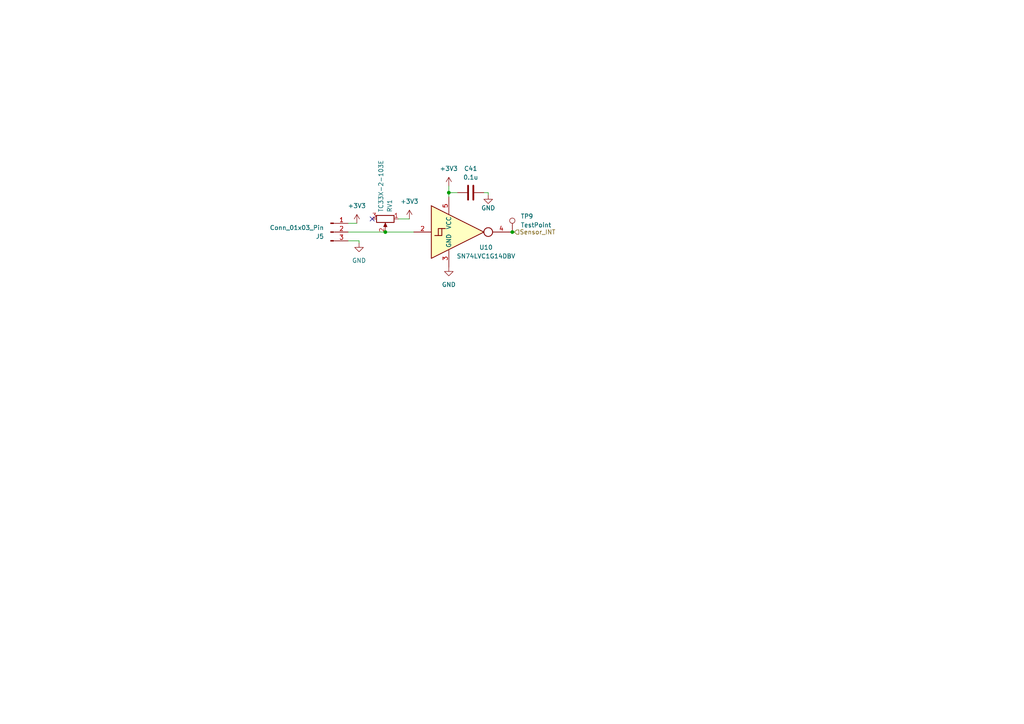
<source format=kicad_sch>
(kicad_sch
	(version 20250114)
	(generator "eeschema")
	(generator_version "9.0")
	(uuid "e7f7bc41-11bd-4db8-bc1a-36a019c46cc2")
	(paper "A4")
	(lib_symbols
		(symbol "74xGxx:SN74LVC1G14DBV"
			(exclude_from_sim no)
			(in_bom yes)
			(on_board yes)
			(property "Reference" "U"
				(at -5.08 10.16 0)
				(effects
					(font
						(size 1.27 1.27)
					)
				)
			)
			(property "Value" "SN74LVC1G14DBV"
				(at 20.32 10.16 0)
				(effects
					(font
						(size 1.27 1.27)
					)
				)
			)
			(property "Footprint" "Package_TO_SOT_SMD:SOT-23-5"
				(at 0 -12.7 0)
				(effects
					(font
						(size 1.27 1.27)
					)
					(hide yes)
				)
			)
			(property "Datasheet" "http://www.ti.com/lit/ds/symlink/sn74lvc1g14.pdf"
				(at 0 0 0)
				(effects
					(font
						(size 1.27 1.27)
					)
					(hide yes)
				)
			)
			(property "Description" "Single Schmitt-Trigger Inverter, SOT-23"
				(at 0 0 0)
				(effects
					(font
						(size 1.27 1.27)
					)
					(hide yes)
				)
			)
			(property "ki_keywords" "Inverter Schmitt Trigger"
				(at 0 0 0)
				(effects
					(font
						(size 1.27 1.27)
					)
					(hide yes)
				)
			)
			(property "ki_fp_filters" "SOT?23*"
				(at 0 0 0)
				(effects
					(font
						(size 1.27 1.27)
					)
					(hide yes)
				)
			)
			(symbol "SN74LVC1G14DBV_0_1"
				(polyline
					(pts
						(xy -5.08 7.62) (xy -5.08 -7.62) (xy 10.16 0) (xy -5.08 7.62)
					)
					(stroke
						(width 0.254)
						(type default)
					)
					(fill
						(type background)
					)
				)
				(polyline
					(pts
						(xy -3.048 -1.016) (xy -3.048 1.016) (xy -2.032 1.016) (xy -2.032 -1.016) (xy -4.064 -1.016)
					)
					(stroke
						(width 0.254)
						(type default)
					)
					(fill
						(type background)
					)
				)
				(polyline
					(pts
						(xy -2.032 1.016) (xy -1.016 1.016)
					)
					(stroke
						(width 0.254)
						(type default)
					)
					(fill
						(type background)
					)
				)
				(circle
					(center 11.43 0)
					(radius 1.27)
					(stroke
						(width 0.254)
						(type default)
					)
					(fill
						(type none)
					)
				)
			)
			(symbol "SN74LVC1G14DBV_1_1"
				(pin input line
					(at -10.16 0 0)
					(length 5.08)
					(name "~"
						(effects
							(font
								(size 1.27 1.27)
							)
						)
					)
					(number "2"
						(effects
							(font
								(size 1.27 1.27)
							)
						)
					)
				)
				(pin power_in line
					(at 0 10.16 270)
					(length 5.08)
					(name "VCC"
						(effects
							(font
								(size 1.27 1.27)
							)
						)
					)
					(number "5"
						(effects
							(font
								(size 1.27 1.27)
							)
						)
					)
				)
				(pin power_in line
					(at 0 -10.16 90)
					(length 5.08)
					(name "GND"
						(effects
							(font
								(size 1.27 1.27)
							)
						)
					)
					(number "3"
						(effects
							(font
								(size 1.27 1.27)
							)
						)
					)
				)
				(pin no_connect line
					(at 10.16 0 180)
					(length 5.08)
					(hide yes)
					(name "NC"
						(effects
							(font
								(size 1.27 1.27)
							)
						)
					)
					(number "1"
						(effects
							(font
								(size 1.27 1.27)
							)
						)
					)
				)
				(pin output line
					(at 17.78 0 180)
					(length 5.08)
					(name "~"
						(effects
							(font
								(size 1.27 1.27)
							)
						)
					)
					(number "4"
						(effects
							(font
								(size 1.27 1.27)
							)
						)
					)
				)
			)
			(embedded_fonts no)
		)
		(symbol "Connector:Conn_01x03_Pin"
			(pin_names
				(offset 1.016)
				(hide yes)
			)
			(exclude_from_sim no)
			(in_bom yes)
			(on_board yes)
			(property "Reference" "J"
				(at 0 5.08 0)
				(effects
					(font
						(size 1.27 1.27)
					)
				)
			)
			(property "Value" "Conn_01x03_Pin"
				(at 0 -5.08 0)
				(effects
					(font
						(size 1.27 1.27)
					)
				)
			)
			(property "Footprint" ""
				(at 0 0 0)
				(effects
					(font
						(size 1.27 1.27)
					)
					(hide yes)
				)
			)
			(property "Datasheet" "~"
				(at 0 0 0)
				(effects
					(font
						(size 1.27 1.27)
					)
					(hide yes)
				)
			)
			(property "Description" "Generic connector, single row, 01x03, script generated"
				(at 0 0 0)
				(effects
					(font
						(size 1.27 1.27)
					)
					(hide yes)
				)
			)
			(property "ki_locked" ""
				(at 0 0 0)
				(effects
					(font
						(size 1.27 1.27)
					)
				)
			)
			(property "ki_keywords" "connector"
				(at 0 0 0)
				(effects
					(font
						(size 1.27 1.27)
					)
					(hide yes)
				)
			)
			(property "ki_fp_filters" "Connector*:*_1x??_*"
				(at 0 0 0)
				(effects
					(font
						(size 1.27 1.27)
					)
					(hide yes)
				)
			)
			(symbol "Conn_01x03_Pin_1_1"
				(rectangle
					(start 0.8636 2.667)
					(end 0 2.413)
					(stroke
						(width 0.1524)
						(type default)
					)
					(fill
						(type outline)
					)
				)
				(rectangle
					(start 0.8636 0.127)
					(end 0 -0.127)
					(stroke
						(width 0.1524)
						(type default)
					)
					(fill
						(type outline)
					)
				)
				(rectangle
					(start 0.8636 -2.413)
					(end 0 -2.667)
					(stroke
						(width 0.1524)
						(type default)
					)
					(fill
						(type outline)
					)
				)
				(polyline
					(pts
						(xy 1.27 2.54) (xy 0.8636 2.54)
					)
					(stroke
						(width 0.1524)
						(type default)
					)
					(fill
						(type none)
					)
				)
				(polyline
					(pts
						(xy 1.27 0) (xy 0.8636 0)
					)
					(stroke
						(width 0.1524)
						(type default)
					)
					(fill
						(type none)
					)
				)
				(polyline
					(pts
						(xy 1.27 -2.54) (xy 0.8636 -2.54)
					)
					(stroke
						(width 0.1524)
						(type default)
					)
					(fill
						(type none)
					)
				)
				(pin passive line
					(at 5.08 2.54 180)
					(length 3.81)
					(name "Pin_1"
						(effects
							(font
								(size 1.27 1.27)
							)
						)
					)
					(number "1"
						(effects
							(font
								(size 1.27 1.27)
							)
						)
					)
				)
				(pin passive line
					(at 5.08 0 180)
					(length 3.81)
					(name "Pin_2"
						(effects
							(font
								(size 1.27 1.27)
							)
						)
					)
					(number "2"
						(effects
							(font
								(size 1.27 1.27)
							)
						)
					)
				)
				(pin passive line
					(at 5.08 -2.54 180)
					(length 3.81)
					(name "Pin_3"
						(effects
							(font
								(size 1.27 1.27)
							)
						)
					)
					(number "3"
						(effects
							(font
								(size 1.27 1.27)
							)
						)
					)
				)
			)
			(embedded_fonts no)
		)
		(symbol "Connector:TestPoint"
			(pin_numbers
				(hide yes)
			)
			(pin_names
				(offset 0.762)
				(hide yes)
			)
			(exclude_from_sim no)
			(in_bom yes)
			(on_board yes)
			(property "Reference" "TP"
				(at 0 6.858 0)
				(effects
					(font
						(size 1.27 1.27)
					)
				)
			)
			(property "Value" "TestPoint"
				(at 0 5.08 0)
				(effects
					(font
						(size 1.27 1.27)
					)
				)
			)
			(property "Footprint" ""
				(at 5.08 0 0)
				(effects
					(font
						(size 1.27 1.27)
					)
					(hide yes)
				)
			)
			(property "Datasheet" "~"
				(at 5.08 0 0)
				(effects
					(font
						(size 1.27 1.27)
					)
					(hide yes)
				)
			)
			(property "Description" "test point"
				(at 0 0 0)
				(effects
					(font
						(size 1.27 1.27)
					)
					(hide yes)
				)
			)
			(property "ki_keywords" "test point tp"
				(at 0 0 0)
				(effects
					(font
						(size 1.27 1.27)
					)
					(hide yes)
				)
			)
			(property "ki_fp_filters" "Pin* Test*"
				(at 0 0 0)
				(effects
					(font
						(size 1.27 1.27)
					)
					(hide yes)
				)
			)
			(symbol "TestPoint_0_1"
				(circle
					(center 0 3.302)
					(radius 0.762)
					(stroke
						(width 0)
						(type default)
					)
					(fill
						(type none)
					)
				)
			)
			(symbol "TestPoint_1_1"
				(pin passive line
					(at 0 0 90)
					(length 2.54)
					(name "1"
						(effects
							(font
								(size 1.27 1.27)
							)
						)
					)
					(number "1"
						(effects
							(font
								(size 1.27 1.27)
							)
						)
					)
				)
			)
			(embedded_fonts no)
		)
		(symbol "Device:C"
			(pin_numbers
				(hide yes)
			)
			(pin_names
				(offset 0.254)
			)
			(exclude_from_sim no)
			(in_bom yes)
			(on_board yes)
			(property "Reference" "C"
				(at 0.635 2.54 0)
				(effects
					(font
						(size 1.27 1.27)
					)
					(justify left)
				)
			)
			(property "Value" "C"
				(at 0.635 -2.54 0)
				(effects
					(font
						(size 1.27 1.27)
					)
					(justify left)
				)
			)
			(property "Footprint" ""
				(at 0.9652 -3.81 0)
				(effects
					(font
						(size 1.27 1.27)
					)
					(hide yes)
				)
			)
			(property "Datasheet" "~"
				(at 0 0 0)
				(effects
					(font
						(size 1.27 1.27)
					)
					(hide yes)
				)
			)
			(property "Description" "Unpolarized capacitor"
				(at 0 0 0)
				(effects
					(font
						(size 1.27 1.27)
					)
					(hide yes)
				)
			)
			(property "ki_keywords" "cap capacitor"
				(at 0 0 0)
				(effects
					(font
						(size 1.27 1.27)
					)
					(hide yes)
				)
			)
			(property "ki_fp_filters" "C_*"
				(at 0 0 0)
				(effects
					(font
						(size 1.27 1.27)
					)
					(hide yes)
				)
			)
			(symbol "C_0_1"
				(polyline
					(pts
						(xy -2.032 0.762) (xy 2.032 0.762)
					)
					(stroke
						(width 0.508)
						(type default)
					)
					(fill
						(type none)
					)
				)
				(polyline
					(pts
						(xy -2.032 -0.762) (xy 2.032 -0.762)
					)
					(stroke
						(width 0.508)
						(type default)
					)
					(fill
						(type none)
					)
				)
			)
			(symbol "C_1_1"
				(pin passive line
					(at 0 3.81 270)
					(length 2.794)
					(name "~"
						(effects
							(font
								(size 1.27 1.27)
							)
						)
					)
					(number "1"
						(effects
							(font
								(size 1.27 1.27)
							)
						)
					)
				)
				(pin passive line
					(at 0 -3.81 90)
					(length 2.794)
					(name "~"
						(effects
							(font
								(size 1.27 1.27)
							)
						)
					)
					(number "2"
						(effects
							(font
								(size 1.27 1.27)
							)
						)
					)
				)
			)
			(embedded_fonts no)
		)
		(symbol "Device:R_Potentiometer"
			(pin_names
				(offset 1.016)
				(hide yes)
			)
			(exclude_from_sim no)
			(in_bom yes)
			(on_board yes)
			(property "Reference" "RV"
				(at -4.445 0 90)
				(effects
					(font
						(size 1.27 1.27)
					)
				)
			)
			(property "Value" "R_Potentiometer"
				(at -2.54 0 90)
				(effects
					(font
						(size 1.27 1.27)
					)
				)
			)
			(property "Footprint" ""
				(at 0 0 0)
				(effects
					(font
						(size 1.27 1.27)
					)
					(hide yes)
				)
			)
			(property "Datasheet" "~"
				(at 0 0 0)
				(effects
					(font
						(size 1.27 1.27)
					)
					(hide yes)
				)
			)
			(property "Description" "Potentiometer"
				(at 0 0 0)
				(effects
					(font
						(size 1.27 1.27)
					)
					(hide yes)
				)
			)
			(property "ki_keywords" "resistor variable"
				(at 0 0 0)
				(effects
					(font
						(size 1.27 1.27)
					)
					(hide yes)
				)
			)
			(property "ki_fp_filters" "Potentiometer*"
				(at 0 0 0)
				(effects
					(font
						(size 1.27 1.27)
					)
					(hide yes)
				)
			)
			(symbol "R_Potentiometer_0_1"
				(rectangle
					(start 1.016 2.54)
					(end -1.016 -2.54)
					(stroke
						(width 0.254)
						(type default)
					)
					(fill
						(type none)
					)
				)
				(polyline
					(pts
						(xy 1.143 0) (xy 2.286 0.508) (xy 2.286 -0.508) (xy 1.143 0)
					)
					(stroke
						(width 0)
						(type default)
					)
					(fill
						(type outline)
					)
				)
				(polyline
					(pts
						(xy 2.54 0) (xy 1.524 0)
					)
					(stroke
						(width 0)
						(type default)
					)
					(fill
						(type none)
					)
				)
			)
			(symbol "R_Potentiometer_1_1"
				(pin passive line
					(at 0 3.81 270)
					(length 1.27)
					(name "1"
						(effects
							(font
								(size 1.27 1.27)
							)
						)
					)
					(number "1"
						(effects
							(font
								(size 1.27 1.27)
							)
						)
					)
				)
				(pin passive line
					(at 0 -3.81 90)
					(length 1.27)
					(name "3"
						(effects
							(font
								(size 1.27 1.27)
							)
						)
					)
					(number "3"
						(effects
							(font
								(size 1.27 1.27)
							)
						)
					)
				)
				(pin passive line
					(at 3.81 0 180)
					(length 1.27)
					(name "2"
						(effects
							(font
								(size 1.27 1.27)
							)
						)
					)
					(number "2"
						(effects
							(font
								(size 1.27 1.27)
							)
						)
					)
				)
			)
			(embedded_fonts no)
		)
		(symbol "power:+3V3"
			(power)
			(pin_names
				(offset 0)
			)
			(exclude_from_sim no)
			(in_bom yes)
			(on_board yes)
			(property "Reference" "#PWR"
				(at 0 -3.81 0)
				(effects
					(font
						(size 1.27 1.27)
					)
					(hide yes)
				)
			)
			(property "Value" "+3V3"
				(at 0 3.556 0)
				(effects
					(font
						(size 1.27 1.27)
					)
				)
			)
			(property "Footprint" ""
				(at 0 0 0)
				(effects
					(font
						(size 1.27 1.27)
					)
					(hide yes)
				)
			)
			(property "Datasheet" ""
				(at 0 0 0)
				(effects
					(font
						(size 1.27 1.27)
					)
					(hide yes)
				)
			)
			(property "Description" "Power symbol creates a global label with name \"+3V3\""
				(at 0 0 0)
				(effects
					(font
						(size 1.27 1.27)
					)
					(hide yes)
				)
			)
			(property "ki_keywords" "global power"
				(at 0 0 0)
				(effects
					(font
						(size 1.27 1.27)
					)
					(hide yes)
				)
			)
			(symbol "+3V3_0_1"
				(polyline
					(pts
						(xy -0.762 1.27) (xy 0 2.54)
					)
					(stroke
						(width 0)
						(type default)
					)
					(fill
						(type none)
					)
				)
				(polyline
					(pts
						(xy 0 2.54) (xy 0.762 1.27)
					)
					(stroke
						(width 0)
						(type default)
					)
					(fill
						(type none)
					)
				)
				(polyline
					(pts
						(xy 0 0) (xy 0 2.54)
					)
					(stroke
						(width 0)
						(type default)
					)
					(fill
						(type none)
					)
				)
			)
			(symbol "+3V3_1_1"
				(pin power_in line
					(at 0 0 90)
					(length 0)
					(hide yes)
					(name "+3V3"
						(effects
							(font
								(size 1.27 1.27)
							)
						)
					)
					(number "1"
						(effects
							(font
								(size 1.27 1.27)
							)
						)
					)
				)
			)
			(embedded_fonts no)
		)
		(symbol "power:GND"
			(power)
			(pin_names
				(offset 0)
			)
			(exclude_from_sim no)
			(in_bom yes)
			(on_board yes)
			(property "Reference" "#PWR"
				(at 0 -6.35 0)
				(effects
					(font
						(size 1.27 1.27)
					)
					(hide yes)
				)
			)
			(property "Value" "GND"
				(at 0 -3.81 0)
				(effects
					(font
						(size 1.27 1.27)
					)
				)
			)
			(property "Footprint" ""
				(at 0 0 0)
				(effects
					(font
						(size 1.27 1.27)
					)
					(hide yes)
				)
			)
			(property "Datasheet" ""
				(at 0 0 0)
				(effects
					(font
						(size 1.27 1.27)
					)
					(hide yes)
				)
			)
			(property "Description" "Power symbol creates a global label with name \"GND\" , ground"
				(at 0 0 0)
				(effects
					(font
						(size 1.27 1.27)
					)
					(hide yes)
				)
			)
			(property "ki_keywords" "global power"
				(at 0 0 0)
				(effects
					(font
						(size 1.27 1.27)
					)
					(hide yes)
				)
			)
			(symbol "GND_0_1"
				(polyline
					(pts
						(xy 0 0) (xy 0 -1.27) (xy 1.27 -1.27) (xy 0 -2.54) (xy -1.27 -1.27) (xy 0 -1.27)
					)
					(stroke
						(width 0)
						(type default)
					)
					(fill
						(type none)
					)
				)
			)
			(symbol "GND_1_1"
				(pin power_in line
					(at 0 0 270)
					(length 0)
					(hide yes)
					(name "GND"
						(effects
							(font
								(size 1.27 1.27)
							)
						)
					)
					(number "1"
						(effects
							(font
								(size 1.27 1.27)
							)
						)
					)
				)
			)
			(embedded_fonts no)
		)
	)
	(junction
		(at 111.76 67.31)
		(diameter 0)
		(color 0 0 0 0)
		(uuid "34f20d79-93cb-42cf-8754-9fc8b4da46b2")
	)
	(junction
		(at 130.175 55.88)
		(diameter 0)
		(color 0 0 0 0)
		(uuid "5ab24a55-8373-4b53-a191-3c37634c4818")
	)
	(junction
		(at 148.59 67.31)
		(diameter 0)
		(color 0 0 0 0)
		(uuid "9d1f1f78-f844-4f54-b0e6-37007b147df6")
	)
	(no_connect
		(at 107.95 63.5)
		(uuid "a285f982-41cd-4e27-82e1-0c32f0985ae5")
	)
	(wire
		(pts
			(xy 100.965 67.31) (xy 111.76 67.31)
		)
		(stroke
			(width 0)
			(type default)
		)
		(uuid "06fae408-9a6f-4564-bc59-3bdc777eff0f")
	)
	(wire
		(pts
			(xy 118.745 63.5) (xy 115.57 63.5)
		)
		(stroke
			(width 0)
			(type default)
		)
		(uuid "1e455e82-5248-4e47-8278-a172b0c44f5a")
	)
	(wire
		(pts
			(xy 148.59 67.31) (xy 149.225 67.31)
		)
		(stroke
			(width 0)
			(type default)
		)
		(uuid "218624e1-8e33-4d50-a86b-dda5f69dd570")
	)
	(wire
		(pts
			(xy 103.505 64.77) (xy 100.965 64.77)
		)
		(stroke
			(width 0)
			(type default)
		)
		(uuid "2ab37cb6-286d-4186-b1f0-66484351e00a")
	)
	(wire
		(pts
			(xy 130.175 53.975) (xy 130.175 55.88)
		)
		(stroke
			(width 0)
			(type default)
		)
		(uuid "6617d834-496e-40e6-9cb8-47ef428b7132")
	)
	(wire
		(pts
			(xy 100.965 69.85) (xy 104.14 69.85)
		)
		(stroke
			(width 0)
			(type default)
		)
		(uuid "746e7a3a-02f9-4d6e-bdcb-12c49b118b7a")
	)
	(wire
		(pts
			(xy 111.76 67.31) (xy 120.015 67.31)
		)
		(stroke
			(width 0)
			(type default)
		)
		(uuid "8ae334b9-4925-48f0-b260-c7ab09e07ead")
	)
	(wire
		(pts
			(xy 141.605 55.88) (xy 141.605 56.515)
		)
		(stroke
			(width 0)
			(type default)
		)
		(uuid "a8836e19-8820-4147-a9f0-963f1b83d315")
	)
	(wire
		(pts
			(xy 104.14 69.85) (xy 104.14 70.485)
		)
		(stroke
			(width 0)
			(type default)
		)
		(uuid "a89a296c-9f6f-4183-ad58-5b95b9f47b17")
	)
	(wire
		(pts
			(xy 141.605 55.88) (xy 140.335 55.88)
		)
		(stroke
			(width 0)
			(type default)
		)
		(uuid "ad890dbe-a75f-44ba-87dc-93548bfb21c2")
	)
	(wire
		(pts
			(xy 147.955 67.31) (xy 148.59 67.31)
		)
		(stroke
			(width 0)
			(type default)
		)
		(uuid "b3673815-2f7f-44b6-be73-c4be6d7f207f")
	)
	(wire
		(pts
			(xy 130.175 55.88) (xy 130.175 57.15)
		)
		(stroke
			(width 0)
			(type default)
		)
		(uuid "dc539f05-6682-4e48-be04-34b7b3d7a9d4")
	)
	(wire
		(pts
			(xy 130.175 55.88) (xy 132.715 55.88)
		)
		(stroke
			(width 0)
			(type default)
		)
		(uuid "dfa298c1-878f-432a-a0c0-f97cc6f0fb6a")
	)
	(hierarchical_label "Sensor_INT"
		(shape input)
		(at 149.225 67.31 0)
		(effects
			(font
				(size 1.27 1.27)
			)
			(justify left)
		)
		(uuid "fae86534-7d91-4398-936d-42f830465e2d")
	)
	(symbol
		(lib_id "Connector:Conn_01x03_Pin")
		(at 95.885 67.31 0)
		(unit 1)
		(exclude_from_sim no)
		(in_bom yes)
		(on_board yes)
		(dnp no)
		(fields_autoplaced yes)
		(uuid "0b9998ca-7bca-4eae-95e9-fdaaf6c2bc64")
		(property "Reference" "J3"
			(at 93.98 68.58 0)
			(effects
				(font
					(size 1.27 1.27)
				)
				(justify right)
			)
		)
		(property "Value" "Conn_01x03_Pin"
			(at 93.98 66.04 0)
			(effects
				(font
					(size 1.27 1.27)
				)
				(justify right)
			)
		)
		(property "Footprint" "Connector_Molex:Molex_PicoBlade_53048-0310_1x03_P1.25mm_Horizontal"
			(at 95.885 67.31 0)
			(effects
				(font
					(size 1.27 1.27)
				)
				(hide yes)
			)
		)
		(property "Datasheet" "~"
			(at 95.885 67.31 0)
			(effects
				(font
					(size 1.27 1.27)
				)
				(hide yes)
			)
		)
		(property "Description" ""
			(at 95.885 67.31 0)
			(effects
				(font
					(size 1.27 1.27)
				)
			)
		)
		(property "Part Number" "53048-0310"
			(at 95.885 67.31 0)
			(effects
				(font
					(size 1.27 1.27)
				)
				(hide yes)
			)
		)
		(pin "1"
			(uuid "f0932408-01e1-4bd2-8976-2db3494f2e1e")
		)
		(pin "2"
			(uuid "f4469153-57ef-4a61-bff6-fae75647871c")
		)
		(pin "3"
			(uuid "c52d3174-cfc9-40f6-997a-e4d937459466")
		)
		(instances
			(project "motherboard_MK2"
				(path "/bceb8d1c-00fe-4e0e-aff0-950583b83106/144d04fa-df25-4629-a8d6-453836c56ffd"
					(reference "J5")
					(unit 1)
				)
				(path "/bceb8d1c-00fe-4e0e-aff0-950583b83106/21eb84ed-c653-4c38-a275-018a3339820e"
					(reference "J3")
					(unit 1)
				)
				(path "/bceb8d1c-00fe-4e0e-aff0-950583b83106/b13a89b7-a213-402d-93ee-b376a3f6388e"
					(reference "J6")
					(unit 1)
				)
				(path "/bceb8d1c-00fe-4e0e-aff0-950583b83106/be587235-d075-4084-b3fe-c2f322ceee60"
					(reference "J4")
					(unit 1)
				)
			)
		)
	)
	(symbol
		(lib_id "power:+3V3")
		(at 103.505 64.77 0)
		(unit 1)
		(exclude_from_sim no)
		(in_bom yes)
		(on_board yes)
		(dnp no)
		(fields_autoplaced yes)
		(uuid "18da4fb0-6ede-44ca-9167-668601914b29")
		(property "Reference" "#PWR042"
			(at 103.505 68.58 0)
			(effects
				(font
					(size 1.27 1.27)
				)
				(hide yes)
			)
		)
		(property "Value" "+3V3"
			(at 103.505 59.69 0)
			(effects
				(font
					(size 1.27 1.27)
				)
			)
		)
		(property "Footprint" ""
			(at 103.505 64.77 0)
			(effects
				(font
					(size 1.27 1.27)
				)
				(hide yes)
			)
		)
		(property "Datasheet" ""
			(at 103.505 64.77 0)
			(effects
				(font
					(size 1.27 1.27)
				)
				(hide yes)
			)
		)
		(property "Description" ""
			(at 103.505 64.77 0)
			(effects
				(font
					(size 1.27 1.27)
				)
			)
		)
		(pin "1"
			(uuid "8e6e71f0-c7f1-4324-bd67-3bd967d92d4a")
		)
		(instances
			(project "motherboard_MK2"
				(path "/bceb8d1c-00fe-4e0e-aff0-950583b83106/144d04fa-df25-4629-a8d6-453836c56ffd"
					(reference "#PWR048")
					(unit 1)
				)
				(path "/bceb8d1c-00fe-4e0e-aff0-950583b83106/21eb84ed-c653-4c38-a275-018a3339820e"
					(reference "#PWR042")
					(unit 1)
				)
				(path "/bceb8d1c-00fe-4e0e-aff0-950583b83106/b13a89b7-a213-402d-93ee-b376a3f6388e"
					(reference "#PWR052")
					(unit 1)
				)
				(path "/bceb8d1c-00fe-4e0e-aff0-950583b83106/be587235-d075-4084-b3fe-c2f322ceee60"
					(reference "#PWR045")
					(unit 1)
				)
			)
		)
	)
	(symbol
		(lib_id "power:+3V3")
		(at 118.745 63.5 0)
		(unit 1)
		(exclude_from_sim no)
		(in_bom yes)
		(on_board yes)
		(dnp no)
		(fields_autoplaced yes)
		(uuid "1cf1817d-73c6-4efc-af71-b486dd353156")
		(property "Reference" "#PWR023"
			(at 118.745 67.31 0)
			(effects
				(font
					(size 1.27 1.27)
				)
				(hide yes)
			)
		)
		(property "Value" "+3V3"
			(at 118.745 58.42 0)
			(effects
				(font
					(size 1.27 1.27)
				)
			)
		)
		(property "Footprint" ""
			(at 118.745 63.5 0)
			(effects
				(font
					(size 1.27 1.27)
				)
				(hide yes)
			)
		)
		(property "Datasheet" ""
			(at 118.745 63.5 0)
			(effects
				(font
					(size 1.27 1.27)
				)
				(hide yes)
			)
		)
		(property "Description" ""
			(at 118.745 63.5 0)
			(effects
				(font
					(size 1.27 1.27)
				)
			)
		)
		(pin "1"
			(uuid "6bea29a3-4971-4ceb-873f-d08f8603192c")
		)
		(instances
			(project "motherboard_MK2"
				(path "/bceb8d1c-00fe-4e0e-aff0-950583b83106/144d04fa-df25-4629-a8d6-453836c56ffd"
					(reference "#PWR046")
					(unit 1)
				)
				(path "/bceb8d1c-00fe-4e0e-aff0-950583b83106/21eb84ed-c653-4c38-a275-018a3339820e"
					(reference "#PWR023")
					(unit 1)
				)
				(path "/bceb8d1c-00fe-4e0e-aff0-950583b83106/b13a89b7-a213-402d-93ee-b376a3f6388e"
					(reference "#PWR050")
					(unit 1)
				)
				(path "/bceb8d1c-00fe-4e0e-aff0-950583b83106/be587235-d075-4084-b3fe-c2f322ceee60"
					(reference "#PWR040")
					(unit 1)
				)
			)
		)
	)
	(symbol
		(lib_id "Connector:TestPoint")
		(at 148.59 67.31 0)
		(unit 1)
		(exclude_from_sim no)
		(in_bom yes)
		(on_board yes)
		(dnp no)
		(fields_autoplaced yes)
		(uuid "2acd67af-974f-4c7a-b8fd-2f8f7a9e2b24")
		(property "Reference" "TP7"
			(at 151.003 62.738 0)
			(effects
				(font
					(size 1.27 1.27)
				)
				(justify left)
			)
		)
		(property "Value" "TestPoint"
			(at 151.003 65.278 0)
			(effects
				(font
					(size 1.27 1.27)
				)
				(justify left)
			)
		)
		(property "Footprint" "TestPoint:TestPoint_Pad_D1.0mm"
			(at 153.67 67.31 0)
			(effects
				(font
					(size 1.27 1.27)
				)
				(hide yes)
			)
		)
		(property "Datasheet" "~"
			(at 153.67 67.31 0)
			(effects
				(font
					(size 1.27 1.27)
				)
				(hide yes)
			)
		)
		(property "Description" ""
			(at 148.59 67.31 0)
			(effects
				(font
					(size 1.27 1.27)
				)
			)
		)
		(property "Part Number" "N/A"
			(at 148.59 67.31 0)
			(effects
				(font
					(size 1.27 1.27)
				)
				(hide yes)
			)
		)
		(pin "1"
			(uuid "5a64bfa6-073c-4600-90b1-1fa4b1d23d14")
		)
		(instances
			(project "motherboard_MK2"
				(path "/bceb8d1c-00fe-4e0e-aff0-950583b83106/144d04fa-df25-4629-a8d6-453836c56ffd"
					(reference "TP9")
					(unit 1)
				)
				(path "/bceb8d1c-00fe-4e0e-aff0-950583b83106/21eb84ed-c653-4c38-a275-018a3339820e"
					(reference "TP7")
					(unit 1)
				)
				(path "/bceb8d1c-00fe-4e0e-aff0-950583b83106/b13a89b7-a213-402d-93ee-b376a3f6388e"
					(reference "TP10")
					(unit 1)
				)
				(path "/bceb8d1c-00fe-4e0e-aff0-950583b83106/be587235-d075-4084-b3fe-c2f322ceee60"
					(reference "TP8")
					(unit 1)
				)
			)
		)
	)
	(symbol
		(lib_id "power:+3V3")
		(at 130.175 53.975 0)
		(unit 1)
		(exclude_from_sim no)
		(in_bom yes)
		(on_board yes)
		(dnp no)
		(fields_autoplaced yes)
		(uuid "5a6ec6dc-98e5-424e-9584-8fcdbf12210f")
		(property "Reference" "#PWR053"
			(at 130.175 57.785 0)
			(effects
				(font
					(size 1.27 1.27)
				)
				(hide yes)
			)
		)
		(property "Value" "+3V3"
			(at 130.175 48.895 0)
			(effects
				(font
					(size 1.27 1.27)
				)
			)
		)
		(property "Footprint" ""
			(at 130.175 53.975 0)
			(effects
				(font
					(size 1.27 1.27)
				)
				(hide yes)
			)
		)
		(property "Datasheet" ""
			(at 130.175 53.975 0)
			(effects
				(font
					(size 1.27 1.27)
				)
				(hide yes)
			)
		)
		(property "Description" ""
			(at 130.175 53.975 0)
			(effects
				(font
					(size 1.27 1.27)
				)
			)
		)
		(pin "1"
			(uuid "70400faf-ec91-46df-ae93-f0b100b08379")
		)
		(instances
			(project "motherboard_MK2"
				(path "/bceb8d1c-00fe-4e0e-aff0-950583b83106/144d04fa-df25-4629-a8d6-453836c56ffd"
					(reference "#PWR055")
					(unit 1)
				)
				(path "/bceb8d1c-00fe-4e0e-aff0-950583b83106/21eb84ed-c653-4c38-a275-018a3339820e"
					(reference "#PWR053")
					(unit 1)
				)
				(path "/bceb8d1c-00fe-4e0e-aff0-950583b83106/b13a89b7-a213-402d-93ee-b376a3f6388e"
					(reference "#PWR057")
					(unit 1)
				)
				(path "/bceb8d1c-00fe-4e0e-aff0-950583b83106/be587235-d075-4084-b3fe-c2f322ceee60"
					(reference "#PWR054")
					(unit 1)
				)
			)
		)
	)
	(symbol
		(lib_id "74xGxx:SN74LVC1G14DBV")
		(at 130.175 67.31 0)
		(unit 1)
		(exclude_from_sim no)
		(in_bom yes)
		(on_board yes)
		(dnp no)
		(uuid "62fe5c78-1f3b-4d2b-8f0a-97ec1499d56d")
		(property "Reference" "U3"
			(at 140.97 71.755 0)
			(effects
				(font
					(size 1.27 1.27)
				)
			)
		)
		(property "Value" "SN74LVC1G14DBV"
			(at 140.97 74.295 0)
			(effects
				(font
					(size 1.27 1.27)
				)
			)
		)
		(property "Footprint" "Package_TO_SOT_SMD:SC-74A-5_1.55x2.9mm_P0.95mm"
			(at 130.175 80.01 0)
			(effects
				(font
					(size 1.27 1.27)
				)
				(hide yes)
			)
		)
		(property "Datasheet" "http://www.ti.com/lit/ds/symlink/sn74lvc1g14.pdf"
			(at 130.175 67.31 0)
			(effects
				(font
					(size 1.27 1.27)
				)
				(hide yes)
			)
		)
		(property "Description" ""
			(at 130.175 67.31 0)
			(effects
				(font
					(size 1.27 1.27)
				)
			)
		)
		(property "Part Number" "74LVC1G14GW-Q100,1"
			(at 130.175 67.31 0)
			(effects
				(font
					(size 1.27 1.27)
				)
				(hide yes)
			)
		)
		(pin "1"
			(uuid "cfd9292a-2d6f-4560-9528-6d97c6f3365a")
		)
		(pin "2"
			(uuid "08555e69-2bcd-4a18-9732-f1d28ef060cf")
		)
		(pin "3"
			(uuid "eab9ed58-fa41-406d-a986-f850e47a4964")
		)
		(pin "4"
			(uuid "80a56b1f-f624-4479-af80-dd5cef2d1d1a")
		)
		(pin "5"
			(uuid "5ead923c-0681-43e1-8f65-860f7b12e220")
		)
		(instances
			(project "motherboard_MK2"
				(path "/bceb8d1c-00fe-4e0e-aff0-950583b83106/144d04fa-df25-4629-a8d6-453836c56ffd"
					(reference "U10")
					(unit 1)
				)
				(path "/bceb8d1c-00fe-4e0e-aff0-950583b83106/21eb84ed-c653-4c38-a275-018a3339820e"
					(reference "U3")
					(unit 1)
				)
				(path "/bceb8d1c-00fe-4e0e-aff0-950583b83106/b13a89b7-a213-402d-93ee-b376a3f6388e"
					(reference "U11")
					(unit 1)
				)
				(path "/bceb8d1c-00fe-4e0e-aff0-950583b83106/be587235-d075-4084-b3fe-c2f322ceee60"
					(reference "U9")
					(unit 1)
				)
			)
		)
	)
	(symbol
		(lib_id "power:GND")
		(at 141.605 56.515 0)
		(unit 1)
		(exclude_from_sim no)
		(in_bom yes)
		(on_board yes)
		(dnp no)
		(uuid "65c72a0a-a9f2-4c3e-bb41-b4e8100094f5")
		(property "Reference" "#PWR0127"
			(at 141.605 62.865 0)
			(effects
				(font
					(size 1.27 1.27)
				)
				(hide yes)
			)
		)
		(property "Value" "GND"
			(at 141.605 60.325 0)
			(effects
				(font
					(size 1.27 1.27)
				)
			)
		)
		(property "Footprint" ""
			(at 141.605 56.515 0)
			(effects
				(font
					(size 1.27 1.27)
				)
				(hide yes)
			)
		)
		(property "Datasheet" ""
			(at 141.605 56.515 0)
			(effects
				(font
					(size 1.27 1.27)
				)
				(hide yes)
			)
		)
		(property "Description" ""
			(at 141.605 56.515 0)
			(effects
				(font
					(size 1.27 1.27)
				)
			)
		)
		(pin "1"
			(uuid "e530a9f7-3cda-47bc-8a1d-a9d3fb53467e")
		)
		(instances
			(project "Motherboard_V2"
				(path "/63717e7a-be8e-4a57-9af4-4e0a129b4cd6"
					(reference "#PWR063")
					(unit 1)
				)
			)
			(project "motherboard_MK2"
				(path "/bceb8d1c-00fe-4e0e-aff0-950583b83106/144d04fa-df25-4629-a8d6-453836c56ffd"
					(reference "#PWR0129")
					(unit 1)
				)
				(path "/bceb8d1c-00fe-4e0e-aff0-950583b83106/21eb84ed-c653-4c38-a275-018a3339820e"
					(reference "#PWR0127")
					(unit 1)
				)
				(path "/bceb8d1c-00fe-4e0e-aff0-950583b83106/b13a89b7-a213-402d-93ee-b376a3f6388e"
					(reference "#PWR0130")
					(unit 1)
				)
				(path "/bceb8d1c-00fe-4e0e-aff0-950583b83106/be587235-d075-4084-b3fe-c2f322ceee60"
					(reference "#PWR0128")
					(unit 1)
				)
			)
		)
	)
	(symbol
		(lib_id "Device:R_Potentiometer")
		(at 111.76 63.5 270)
		(unit 1)
		(exclude_from_sim no)
		(in_bom yes)
		(on_board yes)
		(dnp no)
		(uuid "7dcc81c1-8d66-48d3-a228-7dcbac376c40")
		(property "Reference" "RV2"
			(at 113.03 61.595 0)
			(effects
				(font
					(size 1.27 1.27)
				)
				(justify right)
			)
		)
		(property "Value" "TC33X-2-103E"
			(at 110.49 61.595 0)
			(effects
				(font
					(size 1.27 1.27)
				)
				(justify right)
			)
		)
		(property "Footprint" "Potentiometer_SMD:Potentiometer_Bourns_TC33X_Vertical"
			(at 111.76 63.5 0)
			(effects
				(font
					(size 1.27 1.27)
				)
				(hide yes)
			)
		)
		(property "Datasheet" "~"
			(at 111.76 63.5 0)
			(effects
				(font
					(size 1.27 1.27)
				)
				(hide yes)
			)
		)
		(property "Description" ""
			(at 111.76 63.5 0)
			(effects
				(font
					(size 1.27 1.27)
				)
			)
		)
		(property "Part Number" "TC33X-2-103E"
			(at 111.76 63.5 0)
			(effects
				(font
					(size 1.27 1.27)
				)
				(hide yes)
			)
		)
		(pin "1"
			(uuid "c2f46654-a6d5-4b05-9305-066941518360")
		)
		(pin "2"
			(uuid "16a3ce8b-2f92-40c7-b15c-a8a66487b038")
		)
		(pin "3"
			(uuid "0983ad4f-3281-46a1-b65c-d456d60b8235")
		)
		(instances
			(project "motherboard V2"
				(path "/a6b757d4-8b24-4531-b741-f91eb4d99f00"
					(reference "RV1")
					(unit 1)
				)
			)
			(project "motherboard_MK2"
				(path "/bceb8d1c-00fe-4e0e-aff0-950583b83106/144d04fa-df25-4629-a8d6-453836c56ffd"
					(reference "RV4")
					(unit 1)
				)
				(path "/bceb8d1c-00fe-4e0e-aff0-950583b83106/21eb84ed-c653-4c38-a275-018a3339820e"
					(reference "RV2")
					(unit 1)
				)
				(path "/bceb8d1c-00fe-4e0e-aff0-950583b83106/b13a89b7-a213-402d-93ee-b376a3f6388e"
					(reference "RV5")
					(unit 1)
				)
				(path "/bceb8d1c-00fe-4e0e-aff0-950583b83106/be587235-d075-4084-b3fe-c2f322ceee60"
					(reference "RV3")
					(unit 1)
				)
			)
		)
	)
	(symbol
		(lib_id "Device:C")
		(at 136.525 55.88 90)
		(unit 1)
		(exclude_from_sim no)
		(in_bom yes)
		(on_board yes)
		(dnp no)
		(fields_autoplaced yes)
		(uuid "7e23e465-0078-4357-9979-baf86da5f704")
		(property "Reference" "C14"
			(at 136.525 48.895 90)
			(effects
				(font
					(size 1.27 1.27)
				)
			)
		)
		(property "Value" "0.1u"
			(at 136.525 51.435 90)
			(effects
				(font
					(size 1.27 1.27)
				)
			)
		)
		(property "Footprint" "Capacitor_SMD:C_0603_1608Metric"
			(at 140.335 54.9148 0)
			(effects
				(font
					(size 1.27 1.27)
				)
				(hide yes)
			)
		)
		(property "Datasheet" "~"
			(at 136.525 55.88 0)
			(effects
				(font
					(size 1.27 1.27)
				)
				(hide yes)
			)
		)
		(property "Description" ""
			(at 136.525 55.88 0)
			(effects
				(font
					(size 1.27 1.27)
				)
			)
		)
		(property "Part Number" "CL10B104KO8NNNC"
			(at 136.525 55.88 0)
			(effects
				(font
					(size 1.27 1.27)
				)
				(hide yes)
			)
		)
		(pin "1"
			(uuid "17baa305-3570-4824-8a80-a3919ccb6ea4")
		)
		(pin "2"
			(uuid "d21e659d-62c5-4c9b-9dea-c71a5b1bc6e0")
		)
		(instances
			(project "motherboard_MK2"
				(path "/bceb8d1c-00fe-4e0e-aff0-950583b83106/144d04fa-df25-4629-a8d6-453836c56ffd"
					(reference "C41")
					(unit 1)
				)
				(path "/bceb8d1c-00fe-4e0e-aff0-950583b83106/21eb84ed-c653-4c38-a275-018a3339820e"
					(reference "C14")
					(unit 1)
				)
				(path "/bceb8d1c-00fe-4e0e-aff0-950583b83106/b13a89b7-a213-402d-93ee-b376a3f6388e"
					(reference "C42")
					(unit 1)
				)
				(path "/bceb8d1c-00fe-4e0e-aff0-950583b83106/be587235-d075-4084-b3fe-c2f322ceee60"
					(reference "C40")
					(unit 1)
				)
			)
		)
	)
	(symbol
		(lib_id "power:GND")
		(at 130.175 77.47 0)
		(unit 1)
		(exclude_from_sim no)
		(in_bom yes)
		(on_board yes)
		(dnp no)
		(uuid "c9b4996f-305d-41c5-b225-5096c73df99d")
		(property "Reference" "#PWR0117"
			(at 130.175 83.82 0)
			(effects
				(font
					(size 1.27 1.27)
				)
				(hide yes)
			)
		)
		(property "Value" "GND"
			(at 130.175 82.55 0)
			(effects
				(font
					(size 1.27 1.27)
				)
			)
		)
		(property "Footprint" ""
			(at 130.175 77.47 0)
			(effects
				(font
					(size 1.27 1.27)
				)
				(hide yes)
			)
		)
		(property "Datasheet" ""
			(at 130.175 77.47 0)
			(effects
				(font
					(size 1.27 1.27)
				)
				(hide yes)
			)
		)
		(property "Description" ""
			(at 130.175 77.47 0)
			(effects
				(font
					(size 1.27 1.27)
				)
			)
		)
		(pin "1"
			(uuid "b03a9359-4ce3-4693-8747-5cf8ad362ebc")
		)
		(instances
			(project "Motherboard_V2"
				(path "/63717e7a-be8e-4a57-9af4-4e0a129b4cd6"
					(reference "#PWR063")
					(unit 1)
				)
			)
			(project "motherboard_MK2"
				(path "/bceb8d1c-00fe-4e0e-aff0-950583b83106/144d04fa-df25-4629-a8d6-453836c56ffd"
					(reference "#PWR0125")
					(unit 1)
				)
				(path "/bceb8d1c-00fe-4e0e-aff0-950583b83106/21eb84ed-c653-4c38-a275-018a3339820e"
					(reference "#PWR0117")
					(unit 1)
				)
				(path "/bceb8d1c-00fe-4e0e-aff0-950583b83106/b13a89b7-a213-402d-93ee-b376a3f6388e"
					(reference "#PWR0126")
					(unit 1)
				)
				(path "/bceb8d1c-00fe-4e0e-aff0-950583b83106/be587235-d075-4084-b3fe-c2f322ceee60"
					(reference "#PWR0124")
					(unit 1)
				)
			)
		)
	)
	(symbol
		(lib_id "power:GND")
		(at 104.14 70.485 0)
		(unit 1)
		(exclude_from_sim no)
		(in_bom yes)
		(on_board yes)
		(dnp no)
		(uuid "fa4a8c06-742c-4404-ac6c-9085cc0633ec")
		(property "Reference" "#PWR039"
			(at 104.14 76.835 0)
			(effects
				(font
					(size 1.27 1.27)
				)
				(hide yes)
			)
		)
		(property "Value" "GND"
			(at 104.14 75.565 0)
			(effects
				(font
					(size 1.27 1.27)
				)
			)
		)
		(property "Footprint" ""
			(at 104.14 70.485 0)
			(effects
				(font
					(size 1.27 1.27)
				)
				(hide yes)
			)
		)
		(property "Datasheet" ""
			(at 104.14 70.485 0)
			(effects
				(font
					(size 1.27 1.27)
				)
				(hide yes)
			)
		)
		(property "Description" ""
			(at 104.14 70.485 0)
			(effects
				(font
					(size 1.27 1.27)
				)
			)
		)
		(pin "1"
			(uuid "264f13e1-a0c3-4cc4-94bb-8724b61d8d90")
		)
		(instances
			(project "Motherboard_V2"
				(path "/63717e7a-be8e-4a57-9af4-4e0a129b4cd6"
					(reference "#PWR063")
					(unit 1)
				)
			)
			(project "motherboard_MK2"
				(path "/bceb8d1c-00fe-4e0e-aff0-950583b83106/144d04fa-df25-4629-a8d6-453836c56ffd"
					(reference "#PWR047")
					(unit 1)
				)
				(path "/bceb8d1c-00fe-4e0e-aff0-950583b83106/21eb84ed-c653-4c38-a275-018a3339820e"
					(reference "#PWR039")
					(unit 1)
				)
				(path "/bceb8d1c-00fe-4e0e-aff0-950583b83106/b13a89b7-a213-402d-93ee-b376a3f6388e"
					(reference "#PWR051")
					(unit 1)
				)
				(path "/bceb8d1c-00fe-4e0e-aff0-950583b83106/be587235-d075-4084-b3fe-c2f322ceee60"
					(reference "#PWR043")
					(unit 1)
				)
			)
		)
	)
)

</source>
